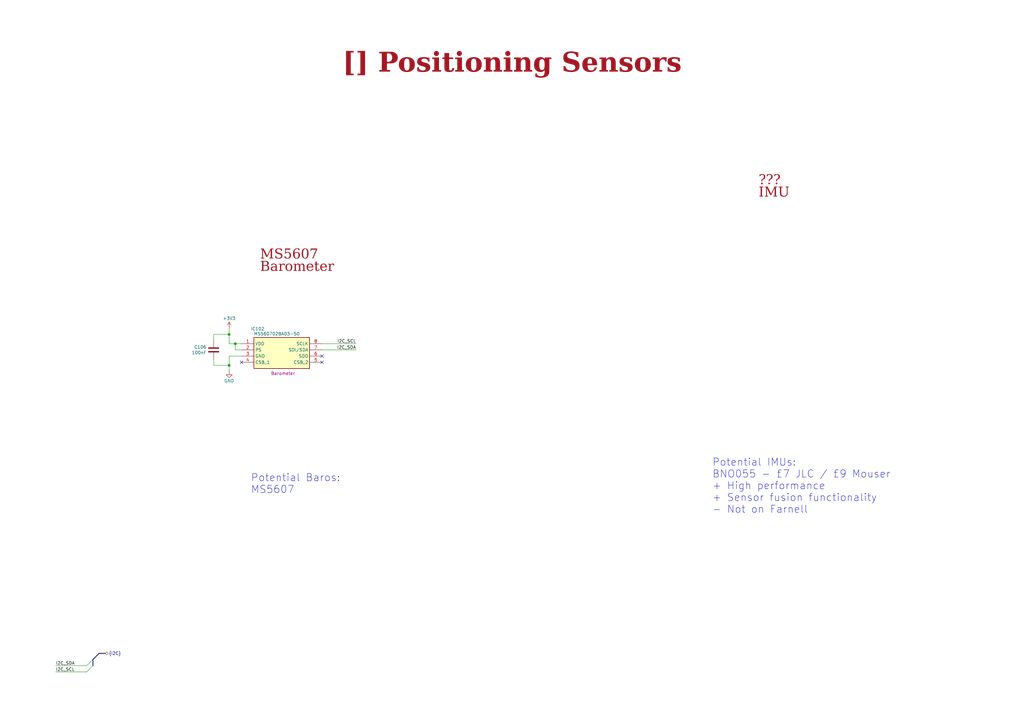
<source format=kicad_sch>
(kicad_sch (version 20250114) (generator "eeschema") (generator_version "9.0")
  (paper "A3")
  (title_block (title "Positioning Sensors") (date "2026-01-04") (rev "${REVISION}") (company "${COMPANY}") (comment 1 "GRID - mil (1.27mm, 2.54mm)"))
  (lib_symbols
    (symbol "Custom_Symbol_Lib:MS560702BA03-50"
      (property "Reference" "IC" (at 29.21 7.62 0))
      (property "Value" "MS560702BA03-50" (at 29.21 5.08 0))
      (symbol "MS560702BA03-50_1_1"
        (rectangle (start 5.08 2.54) (end 27.94 -10.16) (stroke (width 0.254)) (fill (type background)))
        (pin power_in line (at 0 0 0) (length 5.08) (name "VDD") (number "1"))
        (pin input line (at 0 -2.54 0) (length 5.08) (name "PS") (number "2"))
        (pin power_in line (at 0 -5.08 0) (length 5.08) (name "GND") (number "3"))
        (pin input line (at 0 -7.62 0) (length 5.08) (name "CSB_1") (number "4"))
        (pin input line (at 33.02 0 180) (length 5.08) (name "SCLK") (number "8"))
        (pin bidirectional line (at 33.02 -2.54 180) (length 5.08) (name "SDI/SDA") (number "7"))
        (pin output line (at 33.02 -5.08 180) (length 5.08) (name "SDO") (number "6"))
        (pin input line (at 33.02 -7.62 180) (length 5.08) (name "CSB_2") (number "5"))
      )
    )
    (symbol "Sense&ControlBoard_symbol_library.pretty:+3V3" (power) (pin_numbers (hide yes)) (pin_names (offset 0) (hide yes))
      (property "Value" "+3V3" (at 0 3.556 0))
      (symbol "+3V3_0_1"
        (polyline (pts (xy -0.762 1.27) (xy 0 2.54)))
        (polyline (pts (xy 0 2.54) (xy 0.762 1.27)))
        (polyline (pts (xy 0 0) (xy 0 2.54)))
      )
      (symbol "+3V3_1_1"
        (pin power_in line (at 0 0 90) (length 0) (name "~") (number "1"))
      )
    )
    (symbol "Sense&ControlBoard_symbol_library.pretty:C_0402" (pin_numbers (hide yes)) (pin_names (offset 0.254))
      (property "Reference" "C" (at 0.635 2.54 0))
      (property "Value" "C_0402" (at 0.635 -2.54 0))
      (symbol "C_0402_0_1"
        (polyline (pts (xy -2.032 0.762) (xy 2.032 0.762)) (stroke (width 0.508)))
        (polyline (pts (xy -2.032 -0.762) (xy 2.032 -0.762)) (stroke (width 0.508)))
      )
      (symbol "C_0402_0_2"
        (polyline (pts (xy -2.54 -2.54) (xy -0.381 -0.381)))
        (polyline (pts (xy -0.508 -0.508) (xy -1.651 0.635)) (stroke (width 0.508)))
        (polyline (pts (xy -0.508 -0.508) (xy 0.635 -1.651)) (stroke (width 0.508)))
        (polyline (pts (xy 0.381 0.381) (xy 2.54 2.54)))
        (polyline (pts (xy 0.508 0.508) (xy -0.635 1.651)) (stroke (width 0.508)))
        (polyline (pts (xy 0.508 0.508) (xy 1.651 -0.635)) (stroke (width 0.508)))
      )
      (symbol "C_0402_1_1"
        (pin passive line (at 0 3.81 270) (length 2.794) (name "~") (number "1"))
        (pin passive line (at 0 -3.81 90) (length 2.794) (name "~") (number "2"))
      )
      (symbol "C_0402_1_2"
        (pin passive line (at -2.54 -2.54 90) (length 0) (name "~") (number "2"))
        (pin passive line (at 2.54 2.54 270) (length 0) (name "~") (number "1"))
      )
    )
    (symbol "Sense&ControlBoard_symbol_library.pretty:GND" (power) (pin_numbers (hide yes)) (pin_names (offset 0) (hide yes))
      (property "Value" "GND" (at 0 -3.81 0))
      (symbol "GND_0_1"
        (polyline (pts (xy 0 0) (xy 0 -1.27) (xy 1.27 -1.27) (xy 0 -2.54) (xy -1.27 -1.27) (xy 0 -1.27)))
      )
      (symbol "GND_1_1"
        (pin power_in line (at 0 0 270) (length 0) (name "~") (number "1"))
      )
    )
  )
  (text "Potential Baros:\nMS5607" (at 102.87 194.31 0) (effects (font (size 3 3)) (justify left top)))
  (text "IMU" (at 311.15 82.55 0) (effects (font (size 4 4)) (justify left bottom)))
  (text "???" (at 311.15 77.47 0) (effects (font (size 4 4)) (justify left bottom)))
  (text "Potential IMUs:\nBNO055 - £7 JLC / £9 Mouser\n+ High performance\n+ Sensor fusion functionality\n- Not on Farnell" (at 292.1 187.96 0) (effects (font (size 3 3)) (justify left top)))
  (text "Barometer" (at 106.68 113.03 0) (effects (font (size 4 4)) (justify left bottom)))
  (text "MS5607" (at 106.68 107.95 0) (effects (font (size 4 4)) (justify left bottom)))
  (text_box "[${#}] ${TITLE}" (at 12.065 12.065 0) (size 396 28) (margins 5.9999 5.9999 5.9999 5.9999) (stroke (width -0.0001)) (effects (font (size 8 8) (thickness 1.2) (bold yes))))
  (junction (at 96.52 140.97))
  (junction (at 93.98 137.16))
  (junction (at 93.98 149.86))
  (no_connect (at 132.08 148.59))
  (no_connect (at 132.08 146.05))
  (no_connect (at 99.06 148.59))
  (bus_entry (at 35.56 275.59) (size 2.54 -2.54))
  (bus_entry (at 35.56 273.05) (size 2.54 -2.54))
  (wire (pts (xy 87.63 147.32) (xy 87.63 149.86)))
  (wire (pts (xy 87.63 137.16) (xy 93.98 137.16)))
  (wire (pts (xy 96.52 140.97) (xy 93.98 140.97)))
  (wire (pts (xy 99.06 146.05) (xy 93.98 146.05)))
  (wire (pts (xy 93.98 140.97) (xy 93.98 137.16)))
  (wire (pts (xy 132.08 143.51) (xy 146.05 143.51)))
  (bus (pts (xy 38.1 270.51) (xy 40.64 267.97)))
  (wire (pts (xy 93.98 149.86) (xy 93.98 152.4)))
  (wire (pts (xy 87.63 139.7) (xy 87.63 137.16)))
  (wire (pts (xy 93.98 134.62) (xy 93.98 137.16)))
  (wire (pts (xy 87.63 149.86) (xy 93.98 149.86)))
  (wire (pts (xy 22.86 273.05) (xy 35.56 273.05)))
  (wire (pts (xy 99.06 140.97) (xy 96.52 140.97)))
  (wire (pts (xy 22.86 275.59) (xy 35.56 275.59)))
  (wire (pts (xy 132.08 140.97) (xy 146.05 140.97)))
  (wire (pts (xy 93.98 146.05) (xy 93.98 149.86)))
  (bus (pts (xy 43.18 267.97) (xy 40.64 267.97)))
  (wire (pts (xy 96.52 143.51) (xy 96.52 140.97)))
  (wire (pts (xy 99.06 143.51) (xy 96.52 143.51)))
  (bus (pts (xy 38.1 270.51) (xy 38.1 273.05)))
  (label "I2C_SDA" (at 22.86 273.05 0))
  (label "I2C_SCL" (at 22.86 275.59 0))
  (label "I2C_SDA" (at 146.05 143.51 180))
  (label "I2C_SCL" (at 146.05 140.97 180))
  (hierarchical_label "{I2C}" (shape bidirectional) (at 43.18 267.97 0))
  (symbol (lib_id "Sense&ControlBoard_symbol_library.pretty:C_0402") (at 87.63 143.51 0) (mirror y) (unit 1)
    (property "Reference" "C106" (at 84.709 142.3416 0) (effects (justify left)))
    (property "Value" "100nF" (at 84.709 144.653 0) (effects (justify left)))
    (property "Footprint" "Sense&ControlBoard_footprint_library:C_0402_1005Metric" (effects (hide yes)))
  )
  (symbol (lib_id "Sense&ControlBoard_symbol_library.pretty:GND") (at 93.98 152.4 0) (unit 1)
    (property "Reference" "#PWR0114" (effects (hide yes)))
    (property "Value" "GND" (at 93.98 156.21 0))
    (property "Description" "Power symbol creates a global label with name \"GND\" , ground" (effects (hide yes)))
  )
  (symbol (lib_id "Sense&ControlBoard_symbol_library.pretty:+3V3") (at 93.98 134.62 0) (mirror y) (unit 1)
    (property "Reference" "#PWR0111" (effects (hide yes)))
    (property "Value" "+3V3" (at 93.98 130.556 0))
    (property "Description" "Power symbol creates a global label with name \"+3V3\"" (effects (hide yes)))
  )
  (symbol (lib_id "Custom_Symbol_Lib:MS560702BA03-50") (at 99.06 140.97 0) (unit 1)
    (property "Reference" "IC102" (at 105.664 134.874 0))
    (property "Value" "MS560702BA03-50" (at 113.538 136.906 0))
    (property "Footprint" "MS5607-02BA03" (effects (hide yes)))
    (property "Datasheet" "https://www.te.com/commerce/DocumentDelivery/DDEController?Action=srchrtrv&DocNm=MS5607-02BA03&DocType=Data%20Sheet&DocLang=English&PartCntxt=MS560702BA03-50&DocFormat=pdf" (effects (hide yes)))
    (property "Description" "Barometer" (at 116.078 153.162 0))
    (property "Manufacturer_Name" "TE Connectivity" (effects (hide yes)))
    (property "Manufacturer_Part_Number" "MS560702BA03-50" (effects (hide yes)))
  )
)
</source>
